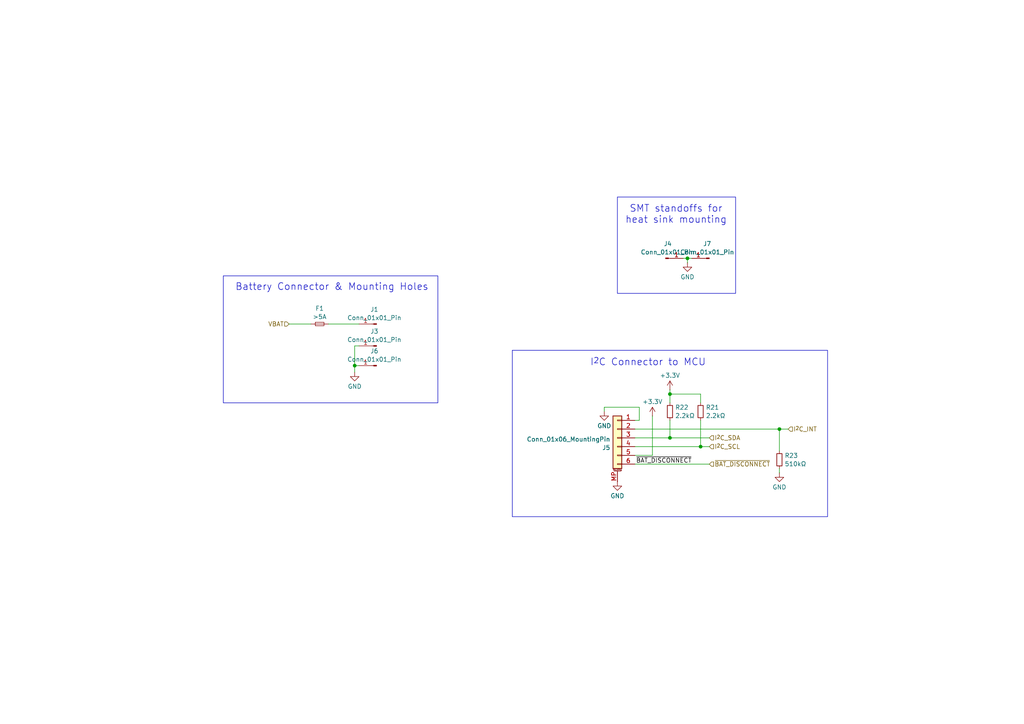
<source format=kicad_sch>
(kicad_sch (version 20241209) (generator "eeschema") (generator_version "9.0")
  (paper "A4")
  (title_block (rev "A"))
  (lib_symbols
    (symbol "Connector:Conn_01x01_Pin" (pin_names (offset 1.016) (hide yes))
      (property "Reference" "J" (at 0 2.54 0))
      (property "Value" "Conn_01x01_Pin" (at 0 -2.54 0))
      (symbol "Conn_01x01_Pin_1_1"
        (rectangle (start 0.8636 0.127) (end 0 -0.127) (stroke (width 0.1524)) (fill (type outline)))
        (polyline (pts (xy 1.27 0) (xy 0.8636 0)) (stroke (width 0.1524)))
        (pin passive line (at 5.08 0 180) (length 3.81) (name "Pin_1") (number "1"))
      )
    )
    (symbol "Connector_Generic_MountingPin:Conn_01x06_MountingPin" (pin_names (offset 1.016) (hide yes))
      (property "Reference" "J" (at 0 7.62 0))
      (property "Value" "Conn_01x06_MountingPin" (at 1.27 -10.16 0))
      (symbol "Conn_01x06_MountingPin_1_1"
        (rectangle (start -1.27 6.35) (end 1.27 -8.89) (stroke (width 0.254)) (fill (type background)))
        (rectangle (start -1.27 5.207) (end 0 4.953) (stroke (width 0.1524)))
        (rectangle (start -1.27 2.667) (end 0 2.413) (stroke (width 0.1524)))
        (rectangle (start -1.27 0.127) (end 0 -0.127) (stroke (width 0.1524)))
        (rectangle (start -1.27 -2.413) (end 0 -2.667) (stroke (width 0.1524)))
        (rectangle (start -1.27 -4.953) (end 0 -5.207) (stroke (width 0.1524)))
        (rectangle (start -1.27 -7.493) (end 0 -7.747) (stroke (width 0.1524)))
        (polyline (pts (xy -1.016 -9.652) (xy 1.016 -9.652)) (stroke (width 0.1524)))
        (text "Mounting" (at 0 -9.271 0) (effects (font (size 0.381 0.381))))
        (pin passive line (at -5.08 5.08 0) (length 3.81) (name "Pin_1") (number "1"))
        (pin passive line (at -5.08 2.54 0) (length 3.81) (name "Pin_2") (number "2"))
        (pin passive line (at -5.08 0 0) (length 3.81) (name "Pin_3") (number "3"))
        (pin passive line (at -5.08 -2.54 0) (length 3.81) (name "Pin_4") (number "4"))
        (pin passive line (at -5.08 -5.08 0) (length 3.81) (name "Pin_5") (number "5"))
        (pin passive line (at -5.08 -7.62 0) (length 3.81) (name "Pin_6") (number "6"))
        (pin passive line (at 0 -12.7 90) (length 3.048) (name "MountPin") (number "MP"))
      )
    )
    (symbol "Device:Fuse_Small" (pin_numbers (hide yes)) (pin_names (offset 0.254) (hide yes))
      (property "Reference" "F" (at 0 -1.524 0))
      (property "Value" "Fuse_Small" (at 0 1.524 0))
      (symbol "Fuse_Small_0_1"
        (rectangle (start -1.27 0.508) (end 1.27 -0.508))
        (polyline (pts (xy -1.27 0) (xy 1.27 0)))
      )
      (symbol "Fuse_Small_1_1"
        (pin passive line (at -2.54 0 0) (length 1.27) (name "~") (number "1"))
        (pin passive line (at 2.54 0 180) (length 1.27) (name "~") (number "2"))
      )
    )
    (symbol "Device:R_Small" (pin_numbers (hide yes)) (pin_names (offset 0.254) (hide yes))
      (property "Reference" "R" (at 0.762 0.508 0))
      (property "Value" "R_Small" (at 0.762 -1.016 0))
      (symbol "R_Small_0_1"
        (rectangle (start -0.762 1.778) (end 0.762 -1.778) (stroke (width 0.2032)))
      )
      (symbol "R_Small_1_1"
        (pin passive line (at 0 2.54 270) (length 0.762) (name "~") (number "1"))
        (pin passive line (at 0 -2.54 90) (length 0.762) (name "~") (number "2"))
      )
    )
    (symbol "power:+3.3V" (power) (pin_numbers (hide yes)) (pin_names (offset 0) (hide yes))
      (property "Value" "+3.3V" (at 0 3.556 0))
      (symbol "+3.3V_0_1"
        (polyline (pts (xy -0.762 1.27) (xy 0 2.54)))
        (polyline (pts (xy 0 2.54) (xy 0.762 1.27)))
        (polyline (pts (xy 0 0) (xy 0 2.54)))
      )
      (symbol "+3.3V_1_1"
        (pin power_in line (at 0 0 90) (length 0) (name "~") (number "1"))
      )
    )
    (symbol "power:GND" (power) (pin_numbers (hide yes)) (pin_names (offset 0) (hide yes))
      (property "Value" "GND" (at 0 -3.81 0))
      (symbol "GND_0_1"
        (polyline (pts (xy 0 0) (xy 0 -1.27) (xy 1.27 -1.27) (xy 0 -2.54) (xy -1.27 -1.27) (xy 0 -1.27)))
      )
      (symbol "GND_1_1"
        (pin power_in line (at 0 0 270) (length 0) (name "~") (number "1"))
      )
    )
  )
  (rectangle (start 64.77 80.01) (end 127 116.84))
  (rectangle (start 179.07 57.15) (end 213.36 85.09))
  (rectangle (start 148.59 101.6) (end 240.03 149.86))
  (text "Battery Connector & Mounting Holes" (at 96.266 83.312 0) (effects (font (size 2 2))))
  (text "SMT standoffs for\nheat sink mounting" (at 196.088 62.23 0) (effects (font (size 2 2))))
  (text "I^{2}C Connector to MCU" (at 187.96 105.156 0) (effects (font (size 2 2))))
  (junction (at 203.2 129.54))
  (junction (at 194.31 114.3))
  (junction (at 102.87 106.045))
  (junction (at 226.06 124.46))
  (junction (at 199.39 74.93))
  (junction (at 194.31 127))
  (wire (pts (xy 102.87 106.045) (xy 102.87 107.95)))
  (wire (pts (xy 226.06 137.16) (xy 226.06 135.89)))
  (wire (pts (xy 194.31 121.92) (xy 194.31 127)))
  (wire (pts (xy 203.2 116.84) (xy 203.2 114.3)))
  (wire (pts (xy 184.15 129.54) (xy 203.2 129.54)))
  (wire (pts (xy 104.14 100.33) (xy 102.87 100.33)))
  (wire (pts (xy 199.39 74.93) (xy 200.66 74.93)))
  (wire (pts (xy 184.15 124.46) (xy 226.06 124.46)))
  (wire (pts (xy 175.26 119.38) (xy 175.26 118.11)))
  (wire (pts (xy 198.12 74.93) (xy 199.39 74.93)))
  (wire (pts (xy 175.26 118.11) (xy 185.42 118.11)))
  (wire (pts (xy 83.82 93.98) (xy 90.17 93.98)))
  (wire (pts (xy 194.31 127) (xy 205.74 127)))
  (wire (pts (xy 199.39 74.93) (xy 199.39 76.2)))
  (wire (pts (xy 104.14 106.045) (xy 102.87 106.045)))
  (wire (pts (xy 194.31 114.3) (xy 194.31 113.03)))
  (wire (pts (xy 184.15 121.92) (xy 185.42 121.92)))
  (wire (pts (xy 184.15 132.08) (xy 189.23 132.08)))
  (wire (pts (xy 226.06 124.46) (xy 226.06 130.81)))
  (wire (pts (xy 184.15 134.62) (xy 205.74 134.62)))
  (wire (pts (xy 194.31 114.3) (xy 203.2 114.3)))
  (wire (pts (xy 228.6 124.46) (xy 226.06 124.46)))
  (wire (pts (xy 205.74 129.54) (xy 203.2 129.54)))
  (wire (pts (xy 189.23 120.65) (xy 189.23 132.08)))
  (wire (pts (xy 95.25 93.98) (xy 104.14 93.98)))
  (wire (pts (xy 102.87 100.33) (xy 102.87 106.045)))
  (wire (pts (xy 194.31 114.3) (xy 194.31 116.84)))
  (wire (pts (xy 203.2 121.92) (xy 203.2 129.54)))
  (wire (pts (xy 185.42 118.11) (xy 185.42 121.92)))
  (wire (pts (xy 184.15 127) (xy 194.31 127)))
  (label "~{BAT_DISCONNECT}" (at 200.66 134.62 180))
  (hierarchical_label "I^{2}C_SCL" (shape input) (at 205.74 129.54 0))
  (hierarchical_label "VBAT" (shape input) (at 83.82 93.98 180))
  (hierarchical_label "~{BAT_DISCONNECT}" (shape input) (at 205.74 134.62 0))
  (hierarchical_label "I^{2}C_INT" (shape input) (at 228.6 124.46 0))
  (hierarchical_label "I^{2}C_SDA" (shape input) (at 205.74 127 0))
  (symbol (lib_id "Device:R_Small") (at 194.31 119.38 0) (unit 1)
    (property "Reference" "R22" (at 195.8086 118.1678 0) (effects (justify left)))
    (property "Value" "2.2kΩ" (at 195.8086 120.5921 0) (effects (justify left)))
    (property "Footprint" "Franz-Lib:R_0402_1005Metric_NoSilk" (effects (hide yes)))
    (property "Description" "Resistor, small symbol" (effects (hide yes)))
  )
  (symbol (lib_id "Device:Fuse_Small") (at 92.71 93.98 0) (unit 1)
    (property "Reference" "F1" (at 92.71 89.4545 0))
    (property "Value" ">5A" (at 92.71 91.8788 0))
    (property "Footprint" "Franz-Lib:Fuse_1206_3216Metric_NoSilk" (effects (hide yes)))
    (property "Description" "Fuse, small symbol" (effects (hide yes)))
  )
  (symbol (lib_id "Device:R_Small") (at 203.2 119.38 0) (unit 1)
    (property "Reference" "R21" (at 204.6986 118.1678 0) (effects (justify left)))
    (property "Value" "2.2kΩ" (at 204.6986 120.5921 0) (effects (justify left)))
    (property "Footprint" "Franz-Lib:R_0402_1005Metric_NoSilk" (effects (hide yes)))
    (property "Description" "Resistor, small symbol" (effects (hide yes)))
  )
  (symbol (lib_id "power:GND") (at 226.06 137.16 0) (unit 1)
    (property "Reference" "#PWR057" (effects (hide yes)))
    (property "Value" "GND" (at 226.06 141.2931 0))
    (property "Description" "Power symbol creates a global label with name \"GND\" , ground" (effects (hide yes)))
  )
  (symbol (lib_id "power:GND") (at 199.39 76.2 0) (unit 1)
    (property "Reference" "#PWR020" (effects (hide yes)))
    (property "Value" "GND" (at 199.39 80.3331 0))
    (property "Description" "Power symbol creates a global label with name \"GND\" , ground" (effects (hide yes)))
  )
  (symbol (lib_id "Connector:Conn_01x01_Pin") (at 205.74 74.93 0) (mirror y) (unit 1)
    (property "Reference" "J7" (at 205.105 70.7093 0))
    (property "Value" "Conn_01x01_Pin" (at 205.105 73.1336 0))
    (property "Footprint" "Franz-Lib:Mounting_Wuerth_WA-SMSI-M2_H6mm_9774060243" (effects (hide yes)))
    (property "Description" "Generic connector, single row, 01x01, script generated" (effects (hide yes)))
  )
  (symbol (lib_id "power:GND") (at 175.26 119.38 0) (unit 1)
    (property "Reference" "#PWR015" (effects (hide yes)))
    (property "Value" "GND" (at 175.26 123.5131 0))
    (property "Description" "Power symbol creates a global label with name \"GND\" , ground" (effects (hide yes)))
  )
  (symbol (lib_id "Connector:Conn_01x01_Pin") (at 109.22 106.045 0) (mirror y) (unit 1)
    (property "Reference" "J6" (at 108.585 101.8245 0))
    (property "Value" "Conn_01x01_Pin" (at 108.585 104.2487 0))
    (property "Footprint" "Franz-Lib:MountingHole_2.2mm_M2_Pad_Via_NoSilk" (effects (hide yes)))
    (property "Description" "Generic connector, single row, 01x01, script generated" (effects (hide yes)))
  )
  (symbol (lib_id "power:GND") (at 179.07 139.7 0) (unit 1)
    (property "Reference" "#PWR04" (effects (hide yes)))
    (property "Value" "GND" (at 179.07 143.8331 0))
    (property "Description" "Power symbol creates a global label with name \"GND\" , ground" (effects (hide yes)))
  )
  (symbol (lib_id "Device:R_Small") (at 226.06 133.35 0) (unit 1)
    (property "Reference" "R23" (at 227.5586 132.1378 0) (effects (justify left)))
    (property "Value" "510kΩ" (at 227.5586 134.5621 0) (effects (justify left)))
    (property "Footprint" "Franz-Lib:R_0402_1005Metric_NoSilk" (effects (hide yes)))
    (property "Description" "Resistor, small symbol" (effects (hide yes)))
  )
  (symbol (lib_id "power:GND") (at 102.87 107.95 0) (mirror y) (unit 1)
    (property "Reference" "#PWR03" (effects (hide yes)))
    (property "Value" "GND" (at 102.87 112.0831 0))
    (property "Description" "Power symbol creates a global label with name \"GND\" , ground" (effects (hide yes)))
  )
  (symbol (lib_id "Connector:Conn_01x01_Pin") (at 193.04 74.93 0) (unit 1)
    (property "Reference" "J4" (at 193.675 70.7093 0))
    (property "Value" "Conn_01x01_Pin" (at 193.675 73.1336 0))
    (property "Footprint" "Franz-Lib:Mounting_Wuerth_WA-SMSI-M2_H6mm_9774060243" (effects (hide yes)))
    (property "Description" "Generic connector, single row, 01x01, script generated" (effects (hide yes)))
  )
  (symbol (lib_id "Connector:Conn_01x01_Pin") (at 109.22 93.98 0) (mirror y) (unit 1)
    (property "Reference" "J1" (at 108.585 89.7595 0))
    (property "Value" "Conn_01x01_Pin" (at 108.585 92.1837 0))
    (property "Footprint" "Franz-Lib:MountingHole_2.2mm_M2_Pad_Via_NoSilk" (effects (hide yes)))
    (property "Description" "Generic connector, single row, 01x01, script generated" (effects (hide yes)))
  )
  (symbol (lib_id "Connector:Conn_01x01_Pin") (at 109.22 100.33 180) (unit 1)
    (property "Reference" "J3" (at 108.585 96.1095 0))
    (property "Value" "Conn_01x01_Pin" (at 108.585 98.5337 0))
    (property "Footprint" "Franz-Lib:MountingHole_2.2mm_M2_Pad_Via_NoSilk" (effects (hide yes)))
    (property "Description" "Generic connector, single row, 01x01, script generated" (effects (hide yes)))
  )
  (symbol (lib_id "power:+3.3V") (at 194.31 113.03 0) (unit 1)
    (property "Reference" "#PWR054" (effects (hide yes)))
    (property "Value" "+3.3V" (at 194.31 108.8969 0))
    (property "Description" "Power symbol creates a global label with name \"+3.3V\"" (effects (hide yes)))
  )
  (symbol (lib_id "power:+3.3V") (at 189.23 120.65 0) (unit 1)
    (property "Reference" "#PWR033" (effects (hide yes)))
    (property "Value" "+3.3V" (at 189.23 116.5169 0))
    (property "Description" "Power symbol creates a global label with name \"+3.3V\"" (effects (hide yes)))
  )
  (symbol (lib_id "Connector_Generic_MountingPin:Conn_01x06_MountingPin") (at 179.07 127 0) (mirror y) (unit 1)
    (property "Reference" "J5" (at 177.038 129.8378 0) (effects (justify left)))
    (property "Value" "Conn_01x06_MountingPin" (at 177.038 127.4135 0) (effects (justify left)))
    (property "Footprint" "Franz-Lib:JST_SH_SM06B-SRSS-TB_1x06-1MP_P1.00mm_Horizontal_NoSilk" (effects (hide yes)))
    (property "Description" "Generic connectable mounting pin connector, single row, 01x06, script generated (kicad-library-utils/schlib/autogen/connector/)" (effects (hide yes)))
  )
)
</source>
